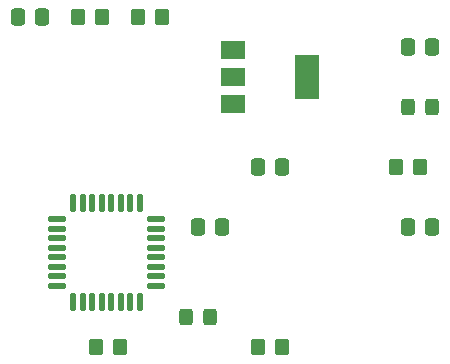
<source format=gbr>
%TF.GenerationSoftware,KiCad,Pcbnew,(6.0.5)*%
%TF.CreationDate,2024-02-02T14:17:11-06:00*%
%TF.ProjectId,exercise4_vbn3_ryfu2,65786572-6369-4736-9534-5f76626e335f,rev?*%
%TF.SameCoordinates,Original*%
%TF.FileFunction,Paste,Top*%
%TF.FilePolarity,Positive*%
%FSLAX46Y46*%
G04 Gerber Fmt 4.6, Leading zero omitted, Abs format (unit mm)*
G04 Created by KiCad (PCBNEW (6.0.5)) date 2024-02-02 14:17:11*
%MOMM*%
%LPD*%
G01*
G04 APERTURE LIST*
G04 Aperture macros list*
%AMRoundRect*
0 Rectangle with rounded corners*
0 $1 Rounding radius*
0 $2 $3 $4 $5 $6 $7 $8 $9 X,Y pos of 4 corners*
0 Add a 4 corners polygon primitive as box body*
4,1,4,$2,$3,$4,$5,$6,$7,$8,$9,$2,$3,0*
0 Add four circle primitives for the rounded corners*
1,1,$1+$1,$2,$3*
1,1,$1+$1,$4,$5*
1,1,$1+$1,$6,$7*
1,1,$1+$1,$8,$9*
0 Add four rect primitives between the rounded corners*
20,1,$1+$1,$2,$3,$4,$5,0*
20,1,$1+$1,$4,$5,$6,$7,0*
20,1,$1+$1,$6,$7,$8,$9,0*
20,1,$1+$1,$8,$9,$2,$3,0*%
G04 Aperture macros list end*
%ADD10RoundRect,0.250000X-0.350000X-0.450000X0.350000X-0.450000X0.350000X0.450000X-0.350000X0.450000X0*%
%ADD11RoundRect,0.125000X-0.625000X-0.125000X0.625000X-0.125000X0.625000X0.125000X-0.625000X0.125000X0*%
%ADD12RoundRect,0.125000X-0.125000X-0.625000X0.125000X-0.625000X0.125000X0.625000X-0.125000X0.625000X0*%
%ADD13R,2.000000X1.500000*%
%ADD14R,2.000000X3.800000*%
%ADD15RoundRect,0.250000X-0.325000X-0.450000X0.325000X-0.450000X0.325000X0.450000X-0.325000X0.450000X0*%
%ADD16RoundRect,0.250000X-0.337500X-0.475000X0.337500X-0.475000X0.337500X0.475000X-0.337500X0.475000X0*%
G04 APERTURE END LIST*
D10*
%TO.C,R5*%
X159020000Y-48260000D03*
X161020000Y-48260000D03*
%TD*%
%TO.C,R4*%
X153940000Y-48260000D03*
X155940000Y-48260000D03*
%TD*%
D11*
%TO.C,U2*%
X152165000Y-65390000D03*
X152165000Y-66190000D03*
X152165000Y-66990000D03*
X152165000Y-67790000D03*
X152165000Y-68590000D03*
X152165000Y-69390000D03*
X152165000Y-70190000D03*
X152165000Y-70990000D03*
D12*
X153540000Y-72365000D03*
X154340000Y-72365000D03*
X155140000Y-72365000D03*
X155940000Y-72365000D03*
X156740000Y-72365000D03*
X157540000Y-72365000D03*
X158340000Y-72365000D03*
X159140000Y-72365000D03*
D11*
X160515000Y-70990000D03*
X160515000Y-70190000D03*
X160515000Y-69390000D03*
X160515000Y-68590000D03*
X160515000Y-67790000D03*
X160515000Y-66990000D03*
X160515000Y-66190000D03*
X160515000Y-65390000D03*
D12*
X159140000Y-64015000D03*
X158340000Y-64015000D03*
X157540000Y-64015000D03*
X156740000Y-64015000D03*
X155940000Y-64015000D03*
X155140000Y-64015000D03*
X154340000Y-64015000D03*
X153540000Y-64015000D03*
%TD*%
D13*
%TO.C,U1*%
X167030000Y-51040000D03*
D14*
X173330000Y-53340000D03*
D13*
X167030000Y-53340000D03*
X167030000Y-55640000D03*
%TD*%
D10*
%TO.C,R3*%
X171180000Y-76200000D03*
X169180000Y-76200000D03*
%TD*%
%TO.C,R2*%
X155480000Y-76200000D03*
X157480000Y-76200000D03*
%TD*%
%TO.C,R1*%
X180880000Y-60960000D03*
X182880000Y-60960000D03*
%TD*%
D15*
%TO.C,D2*%
X163050000Y-73660000D03*
X165100000Y-73660000D03*
%TD*%
%TO.C,D1*%
X181855000Y-55880000D03*
X183905000Y-55880000D03*
%TD*%
D16*
%TO.C,C5*%
X181842500Y-50800000D03*
X183917500Y-50800000D03*
%TD*%
%TO.C,C4*%
X148822500Y-48260000D03*
X150897500Y-48260000D03*
%TD*%
%TO.C,C3*%
X169142500Y-60960000D03*
X171217500Y-60960000D03*
%TD*%
%TO.C,C2*%
X181842500Y-66040000D03*
X183917500Y-66040000D03*
%TD*%
%TO.C,C1*%
X164062500Y-66040000D03*
X166137500Y-66040000D03*
%TD*%
M02*

</source>
